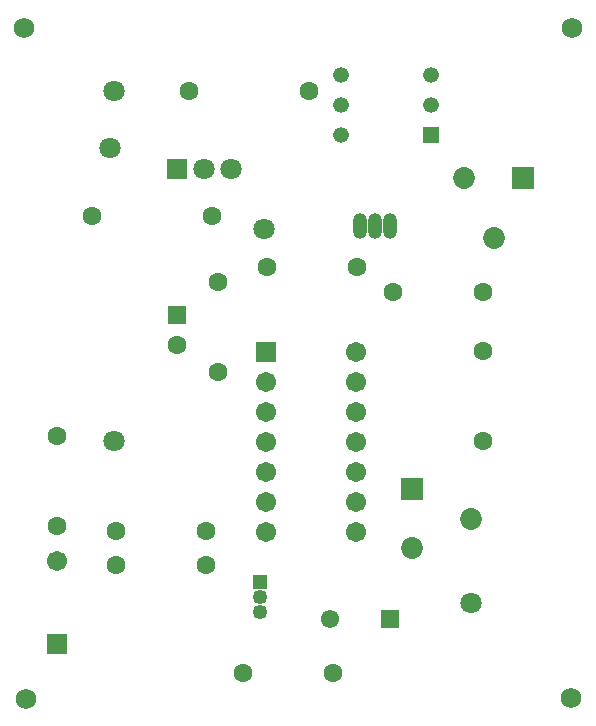
<source format=gts>
G04*
G04 #@! TF.GenerationSoftware,Altium Limited,Altium Designer,20.2.5 (213)*
G04*
G04 Layer_Color=8388736*
%FSLAX44Y44*%
%MOMM*%
G71*
G04*
G04 #@! TF.SameCoordinates,930A2EF1-4135-481E-B3E8-EEE05B8073E9*
G04*
G04*
G04 #@! TF.FilePolarity,Negative*
G04*
G01*
G75*
%ADD17R,1.2532X1.2532*%
%ADD18C,1.2532*%
%ADD19C,1.7272*%
%ADD20C,1.3332*%
%ADD21R,1.3332X1.3332*%
%ADD22R,1.8532X1.8532*%
%ADD23C,1.8532*%
%ADD24R,1.8532X1.8532*%
%ADD25C,1.6032*%
%ADD26C,1.7032*%
%ADD27R,1.7032X1.7032*%
%ADD28C,1.8032*%
%ADD29R,1.5532X1.5532*%
%ADD30C,1.5532*%
%ADD31R,1.8032X1.8032*%
%ADD32C,1.8032*%
%ADD33O,1.2032X2.2032*%
%ADD34O,1.2032X2.2032*%
%ADD35R,1.6032X1.6032*%
%ADD36R,1.7032X1.7032*%
D17*
X223520Y121920D02*
D03*
D18*
Y109220D02*
D03*
Y96520D02*
D03*
D19*
X25400Y22860D02*
D03*
X487350Y23597D02*
D03*
X487956Y590318D02*
D03*
X24460Y590951D02*
D03*
D20*
X292100Y500380D02*
D03*
Y525780D02*
D03*
Y551180D02*
D03*
X368300D02*
D03*
Y525780D02*
D03*
D21*
Y500380D02*
D03*
D22*
X352590Y200260D02*
D03*
D23*
X402590Y175260D02*
D03*
X352590Y150260D02*
D03*
X421640Y413150D02*
D03*
X396640Y463150D02*
D03*
D24*
X446640D02*
D03*
D25*
X306070Y388620D02*
D03*
X229870D02*
D03*
X209550Y44450D02*
D03*
X285750D02*
D03*
X163830Y537210D02*
D03*
X265430D02*
D03*
X81280Y431800D02*
D03*
X182880D02*
D03*
X336550Y367030D02*
D03*
X412750D02*
D03*
Y317500D02*
D03*
Y241300D02*
D03*
X177800Y165100D02*
D03*
X101600D02*
D03*
X177800Y135890D02*
D03*
X101600D02*
D03*
X52070Y168910D02*
D03*
Y245110D02*
D03*
X187960Y375920D02*
D03*
Y299720D02*
D03*
X153670Y322580D02*
D03*
D26*
X304800Y163830D02*
D03*
Y189230D02*
D03*
Y214630D02*
D03*
Y240030D02*
D03*
Y265430D02*
D03*
Y290830D02*
D03*
Y316230D02*
D03*
X228600Y163830D02*
D03*
Y189230D02*
D03*
Y214630D02*
D03*
Y240030D02*
D03*
Y265430D02*
D03*
Y290830D02*
D03*
X52070Y139640D02*
D03*
D27*
X228600Y316230D02*
D03*
D28*
X100330Y241300D02*
D03*
X227330Y420370D02*
D03*
X100330Y537210D02*
D03*
X96520Y488950D02*
D03*
X402590Y104140D02*
D03*
D29*
X333610Y90170D02*
D03*
D30*
X283610Y90170D02*
D03*
D31*
X153790Y471170D02*
D03*
D32*
X176590D02*
D03*
X199390D02*
D03*
D33*
X308610Y422910D02*
D03*
X334010D02*
D03*
D34*
X321310D02*
D03*
D35*
X153670Y347980D02*
D03*
D36*
X52070Y68640D02*
D03*
M02*

</source>
